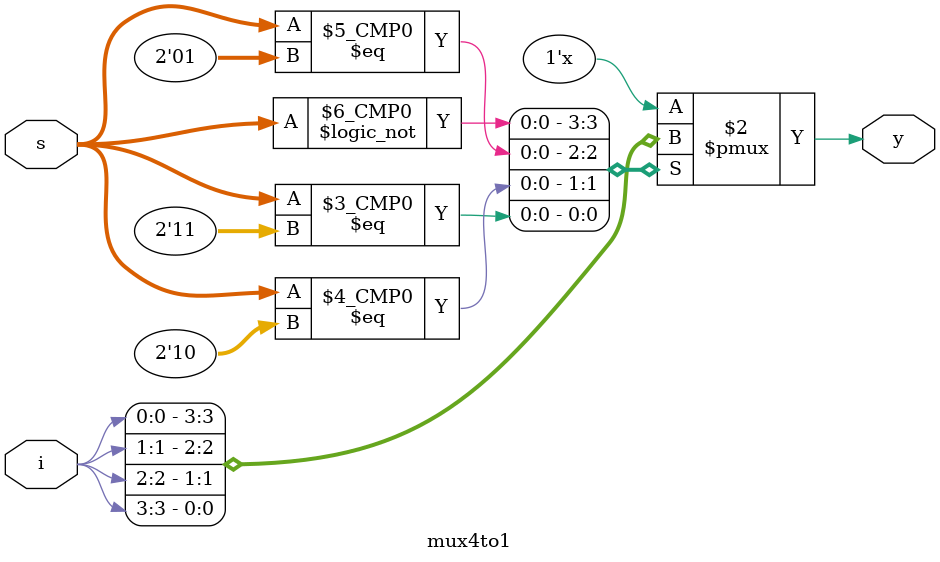
<source format=v>
`timescale 1ns / 1ps
module mux4to1(i,s,y);
input wire  [3:0]i;
input wire [1:0]s;
output reg y;
always @(*)begin
case (s)
2'b00:y=i[0];
2'b01:y=i[1];
2'b10:y=i[2];
2'b11:y=i[3];
default:y=1'b0;
endcase
end
endmodule

</source>
